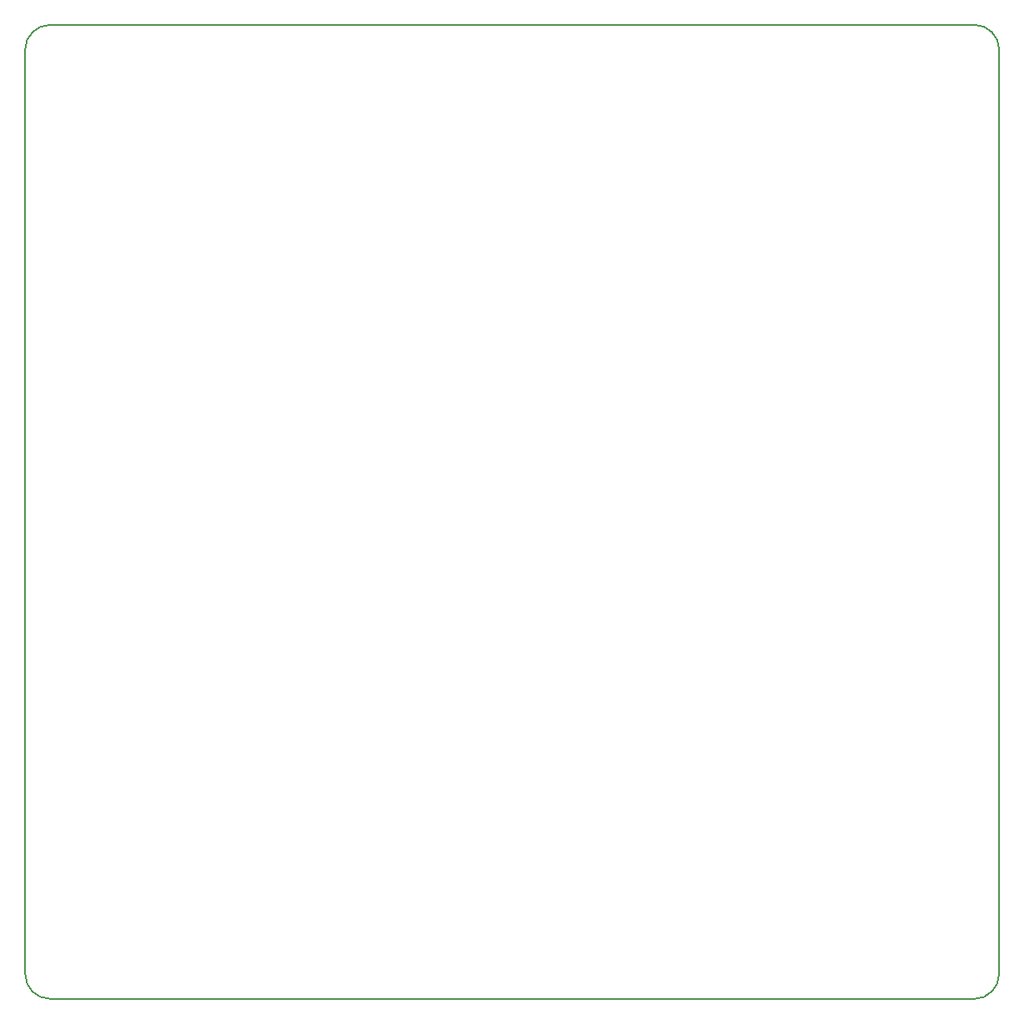
<source format=gm1>
G04 #@! TF.FileFunction,Profile,NP*
%FSLAX46Y46*%
G04 Gerber Fmt 4.6, Leading zero omitted, Abs format (unit mm)*
G04 Created by KiCad (PCBNEW 4.0.3-1.fc24-product) date Thu Dec  8 13:22:35 2016*
%MOMM*%
%LPD*%
G01*
G04 APERTURE LIST*
%ADD10C,0.100000*%
%ADD11C,0.150000*%
G04 APERTURE END LIST*
D10*
D11*
X97155000Y-148590000D02*
X97155000Y-54610000D01*
X193675000Y-151130000D02*
X99695000Y-151130000D01*
X196215000Y-54610000D02*
X196215000Y-148590000D01*
X99695000Y-52070000D02*
X193675000Y-52070000D01*
X193675000Y-151130000D02*
G75*
G03X196215000Y-148590000I0J2540000D01*
G01*
X196215000Y-54610000D02*
G75*
G03X193675000Y-52070000I-2540000J0D01*
G01*
X99695000Y-52070000D02*
G75*
G03X97155000Y-54610000I0J-2540000D01*
G01*
X97155000Y-148590000D02*
G75*
G03X99695000Y-151130000I2540000J0D01*
G01*
M02*

</source>
